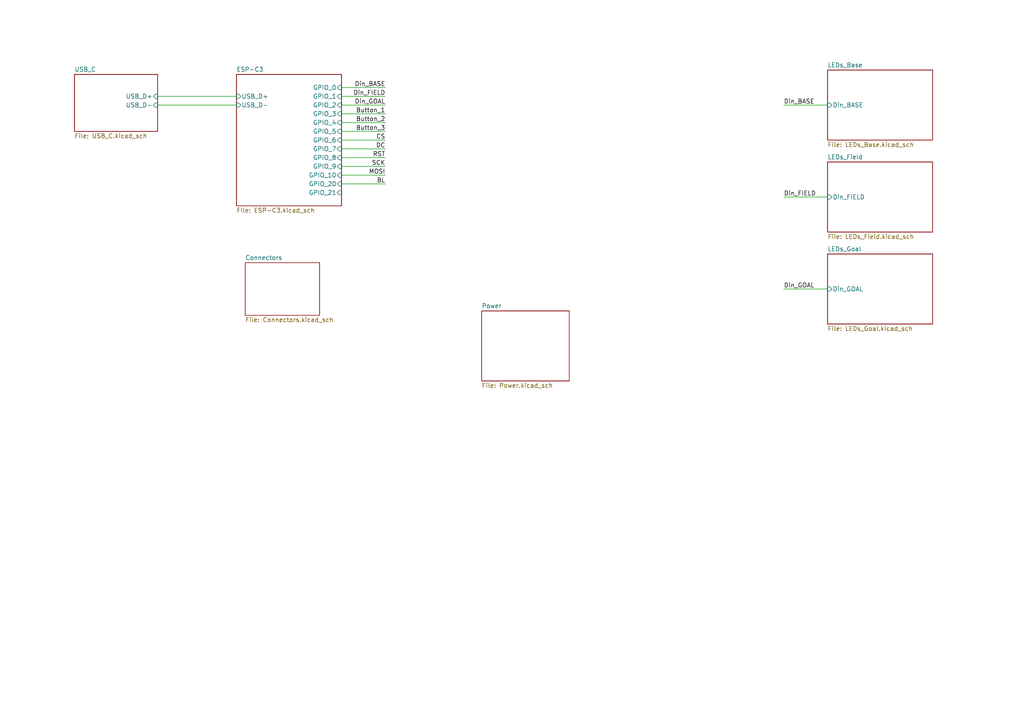
<source format=kicad_sch>
(kicad_sch (version 20211123) (generator eeschema)
  (paper "A4")
  (lib_symbols)
  (wire (pts (xy 99.06 35.56) (xy 111.76 35.56)))
  (wire (pts (xy 45.72 30.48) (xy 68.58 30.48)))
  (wire (pts (xy 99.06 38.1) (xy 111.76 38.1)))
  (wire (pts (xy 99.06 48.26) (xy 111.76 48.26)))
  (wire (pts (xy 99.06 50.8) (xy 111.76 50.8)))
  (wire (pts (xy 99.06 53.34) (xy 111.76 53.34)))
  (wire (pts (xy 45.72 27.94) (xy 68.58 27.94)))
  (wire (pts (xy 99.06 33.02) (xy 111.76 33.02)))
  (wire (pts (xy 99.06 45.72) (xy 111.76 45.72)))
  (wire (pts (xy 99.06 30.48) (xy 111.76 30.48)))
  (wire (pts (xy 99.06 27.94) (xy 111.76 27.94)))
  (wire (pts (xy 99.06 43.18) (xy 111.76 43.18)))
  (wire (pts (xy 99.06 25.4) (xy 111.76 25.4)))
  (wire (pts (xy 227.33 30.48) (xy 240.03 30.48)))
  (wire (pts (xy 227.33 83.82) (xy 240.03 83.82)))
  (wire (pts (xy 227.33 57.15) (xy 240.03 57.15)))
  (wire (pts (xy 99.06 40.64) (xy 111.76 40.64)))
  (label "Din_GOAL" (at 111.76 30.48 180))
  (label "Din_BASE" (at 111.76 25.4 180))
  (label "Button_1" (at 111.76 33.02 180))
  (label "Button_3" (at 111.76 38.1 180))
  (label "Din_BASE" (at 227.33 30.48 0))
  (label "MOSI" (at 111.76 50.8 180))
  (label "DC" (at 111.76 43.18 180))
  (label "RST" (at 111.76 45.72 180))
  (label "CS" (at 111.76 40.64 180))
  (label "Din_FIELD" (at 227.33 57.15 0))
  (label "SCK" (at 111.76 48.26 180))
  (label "Button_2" (at 111.76 35.56 180))
  (label "Din_GOAL" (at 227.33 83.82 0))
  (label "BL" (at 111.76 53.34 180))
  (label "Din_FIELD" (at 111.76 27.94 180))
  (sheet (at 139.7 90.17) (size 25.4 20.32) (stroke (width 0.1524))
    (property "Sheet name" "Power" (at 139.7 89.4584 0) (effects (justify left bottom)))
    (property "Sheet file" "Power.kicad_sch" (at 139.7 111.0746 0) (effects (justify left top)))
  )
  (sheet (at 68.58 21.59) (size 30.48 38.1) (stroke (width 0.1524))
    (property "Sheet name" "ESP-C3" (at 68.58 20.8784 0) (effects (justify left bottom)))
    (property "Sheet file" "ESP-C3.kicad_sch" (at 68.58 60.2746 0) (effects (justify left top)))
    (pin "GPIO_1" input (at 99.06 27.94 0))
    (pin "GPIO_0" input (at 99.06 25.4 0))
    (pin "GPIO_4" input (at 99.06 35.56 0))
    (pin "GPIO_5" input (at 99.06 38.1 0))
    (pin "GPIO_3" input (at 99.06 33.02 0))
    (pin "GPIO_2" input (at 99.06 30.48 0))
    (pin "GPIO_9" input (at 99.06 48.26 0))
    (pin "GPIO_6" input (at 99.06 40.64 0))
    (pin "GPIO_10" input (at 99.06 50.8 0))
    (pin "GPIO_7" input (at 99.06 43.18 0))
    (pin "GPIO_8" input (at 99.06 45.72 0))
    (pin "GPIO_21" input (at 99.06 55.88 0))
    (pin "GPIO_20" input (at 99.06 53.34 0))
    (pin "USB_D+" input (at 68.58 27.94 180))
    (pin "USB_D-" input (at 68.58 30.48 180))
  )
  (sheet (at 240.03 46.99) (size 30.48 20.32) (stroke (width 0.1524))
    (property "Sheet name" "LEDs_Field" (at 240.03 46.2784 0) (effects (justify left bottom)))
    (property "Sheet file" "LEDs_Field.kicad_sch" (at 240.03 67.8946 0) (effects (justify left top)))
    (pin "Din_FIELD" input (at 240.03 57.15 180))
  )
  (sheet (at 71.12 76.2) (size 21.59 15.24) (stroke (width 0.1524))
    (property "Sheet name" "Connectors" (at 71.12 75.4884 0) (effects (justify left bottom)))
    (property "Sheet file" "Connectors.kicad_sch" (at 71.12 92.0246 0) (effects (justify left top)))
  )
  (sheet (at 240.03 73.66) (size 30.48 20.32) (stroke (width 0.1524))
    (property "Sheet name" "LEDs_Goal" (at 240.03 72.9484 0) (effects (justify left bottom)))
    (property "Sheet file" "LEDs_Goal.kicad_sch" (at 240.03 94.5646 0) (effects (justify left top)))
    (pin "Din_GOAL" input (at 240.03 83.82 180))
  )
  (sheet (at 240.03 20.32) (size 30.48 20.32) (stroke (width 0.1524))
    (property "Sheet name" "LEDs_Base" (at 240.03 19.6084 0) (effects (justify left bottom)))
    (property "Sheet file" "LEDs_Base.kicad_sch" (at 240.03 41.2246 0) (effects (justify left top)))
    (pin "Din_BASE" input (at 240.03 30.48 180))
  )
  (sheet (at 21.59 21.59) (size 24.13 16.51) (stroke (width 0.1524))
    (property "Sheet name" "USB_C" (at 21.59 20.8784 0) (effects (justify left bottom)))
    (property "Sheet file" "USB_C.kicad_sch" (at 21.59 38.6846 0) (effects (justify left top)))
    (pin "USB_D-" input (at 45.72 30.48 0))
    (pin "USB_D+" input (at 45.72 27.94 0))
  )
)
</source>
